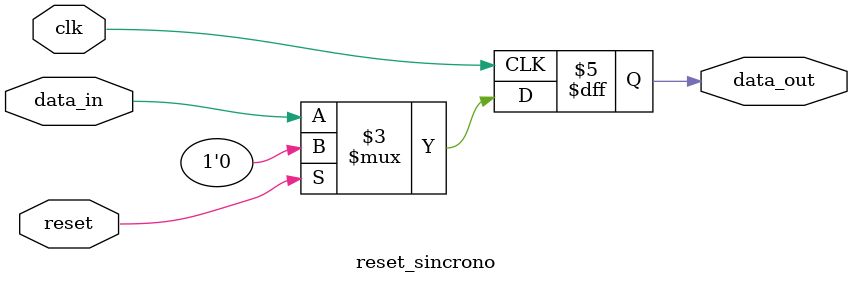
<source format=sv>
`timescale 1ns / 1ps
/*
NOMBRE DEL MODULO: FF Con reset sincrono
FECHA DE CREACION:19-04-2023
FECHA DE MODIFICACION: 
FUNCION: FF Con reset sincrono
*/

module reset_sincrono(
    input logic clk, reset, data_in,
    output logic data_out
    );
    
    always_ff @(posedge clk) begin
    if(reset)
        data_out <= 'd0;
    else
        data_out <= data_in;
   end
endmodule


        

</source>
